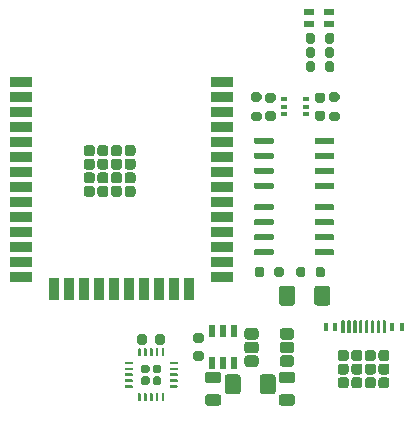
<source format=gbr>
%TF.GenerationSoftware,KiCad,Pcbnew,(5.1.9-0-10_14)*%
%TF.CreationDate,2021-08-26T08:08:46+01:00*%
%TF.ProjectId,Bell,42656c6c-2e6b-4696-9361-645f70636258,2*%
%TF.SameCoordinates,Original*%
%TF.FileFunction,Paste,Top*%
%TF.FilePolarity,Positive*%
%FSLAX46Y46*%
G04 Gerber Fmt 4.6, Leading zero omitted, Abs format (unit mm)*
G04 Created by KiCad (PCBNEW (5.1.9-0-10_14)) date 2021-08-26 08:08:46*
%MOMM*%
%LPD*%
G01*
G04 APERTURE LIST*
%ADD10R,0.576000X1.056000*%
%ADD11R,0.624000X0.384000*%
%ADD12R,0.816000X0.480000*%
%ADD13R,0.420000X0.798000*%
%ADD14R,1.920000X0.864000*%
%ADD15R,0.864000X1.920000*%
G04 APERTURE END LIST*
%TO.C,U5*%
G36*
G01*
X94900000Y-64280000D02*
X94900000Y-63780000D01*
G75*
G02*
X95150000Y-63530000I250000J0D01*
G01*
X95850000Y-63530000D01*
G75*
G02*
X96100000Y-63780000I0J-250000D01*
G01*
X96100000Y-64280000D01*
G75*
G02*
X95850000Y-64530000I-250000J0D01*
G01*
X95150000Y-64530000D01*
G75*
G02*
X94900000Y-64280000I0J250000D01*
G01*
G37*
G36*
G01*
X94900000Y-63130000D02*
X94900000Y-62630000D01*
G75*
G02*
X95150000Y-62380000I250000J0D01*
G01*
X95850000Y-62380000D01*
G75*
G02*
X96100000Y-62630000I0J-250000D01*
G01*
X96100000Y-63130000D01*
G75*
G02*
X95850000Y-63380000I-250000J0D01*
G01*
X95150000Y-63380000D01*
G75*
G02*
X94900000Y-63130000I0J250000D01*
G01*
G37*
G36*
G01*
X94900000Y-61980000D02*
X94900000Y-61480000D01*
G75*
G02*
X95150000Y-61230000I250000J0D01*
G01*
X95850000Y-61230000D01*
G75*
G02*
X96100000Y-61480000I0J-250000D01*
G01*
X96100000Y-61980000D01*
G75*
G02*
X95850000Y-62230000I-250000J0D01*
G01*
X95150000Y-62230000D01*
G75*
G02*
X94900000Y-61980000I0J250000D01*
G01*
G37*
G36*
G01*
X91900000Y-63130000D02*
X91900000Y-62630000D01*
G75*
G02*
X92150000Y-62380000I250000J0D01*
G01*
X92850000Y-62380000D01*
G75*
G02*
X93100000Y-62630000I0J-250000D01*
G01*
X93100000Y-63130000D01*
G75*
G02*
X92850000Y-63380000I-250000J0D01*
G01*
X92150000Y-63380000D01*
G75*
G02*
X91900000Y-63130000I0J250000D01*
G01*
G37*
G36*
G01*
X91900000Y-64280000D02*
X91900000Y-63780000D01*
G75*
G02*
X92150000Y-63530000I250000J0D01*
G01*
X92850000Y-63530000D01*
G75*
G02*
X93100000Y-63780000I0J-250000D01*
G01*
X93100000Y-64280000D01*
G75*
G02*
X92850000Y-64530000I-250000J0D01*
G01*
X92150000Y-64530000D01*
G75*
G02*
X91900000Y-64280000I0J250000D01*
G01*
G37*
G36*
G01*
X91900000Y-61980000D02*
X91900000Y-61480000D01*
G75*
G02*
X92150000Y-61230000I250000J0D01*
G01*
X92850000Y-61230000D01*
G75*
G02*
X93100000Y-61480000I0J-250000D01*
G01*
X93100000Y-61980000D01*
G75*
G02*
X92850000Y-62230000I-250000J0D01*
G01*
X92150000Y-62230000D01*
G75*
G02*
X91900000Y-61980000I0J250000D01*
G01*
G37*
D10*
X91050000Y-61480000D03*
X89150000Y-61480000D03*
X90100000Y-61480000D03*
X89150000Y-64180000D03*
X90100000Y-64180000D03*
X91050000Y-64180000D03*
G36*
G01*
X95044000Y-64950000D02*
X95956000Y-64950000D01*
G75*
G02*
X96196000Y-65190000I0J-240000D01*
G01*
X96196000Y-65670000D01*
G75*
G02*
X95956000Y-65910000I-240000J0D01*
G01*
X95044000Y-65910000D01*
G75*
G02*
X94804000Y-65670000I0J240000D01*
G01*
X94804000Y-65190000D01*
G75*
G02*
X95044000Y-64950000I240000J0D01*
G01*
G37*
G36*
G01*
X95044000Y-66850000D02*
X95956000Y-66850000D01*
G75*
G02*
X96196000Y-67090000I0J-240000D01*
G01*
X96196000Y-67570000D01*
G75*
G02*
X95956000Y-67810000I-240000J0D01*
G01*
X95044000Y-67810000D01*
G75*
G02*
X94804000Y-67570000I0J240000D01*
G01*
X94804000Y-67090000D01*
G75*
G02*
X95044000Y-66850000I240000J0D01*
G01*
G37*
G36*
G01*
X88794000Y-66850000D02*
X89706000Y-66850000D01*
G75*
G02*
X89946000Y-67090000I0J-240000D01*
G01*
X89946000Y-67570000D01*
G75*
G02*
X89706000Y-67810000I-240000J0D01*
G01*
X88794000Y-67810000D01*
G75*
G02*
X88554000Y-67570000I0J240000D01*
G01*
X88554000Y-67090000D01*
G75*
G02*
X88794000Y-66850000I240000J0D01*
G01*
G37*
G36*
G01*
X88794000Y-64950000D02*
X89706000Y-64950000D01*
G75*
G02*
X89946000Y-65190000I0J-240000D01*
G01*
X89946000Y-65670000D01*
G75*
G02*
X89706000Y-65910000I-240000J0D01*
G01*
X88794000Y-65910000D01*
G75*
G02*
X88554000Y-65670000I0J240000D01*
G01*
X88554000Y-65190000D01*
G75*
G02*
X88794000Y-64950000I240000J0D01*
G01*
G37*
G36*
G01*
X88240000Y-62487000D02*
X87760000Y-62487000D01*
G75*
G02*
X87544000Y-62271000I0J216000D01*
G01*
X87544000Y-61839000D01*
G75*
G02*
X87760000Y-61623000I216000J0D01*
G01*
X88240000Y-61623000D01*
G75*
G02*
X88456000Y-61839000I0J-216000D01*
G01*
X88456000Y-62271000D01*
G75*
G02*
X88240000Y-62487000I-216000J0D01*
G01*
G37*
G36*
G01*
X88240000Y-64037000D02*
X87760000Y-64037000D01*
G75*
G02*
X87544000Y-63821000I0J216000D01*
G01*
X87544000Y-63389000D01*
G75*
G02*
X87760000Y-63173000I216000J0D01*
G01*
X88240000Y-63173000D01*
G75*
G02*
X88456000Y-63389000I0J-216000D01*
G01*
X88456000Y-63821000D01*
G75*
G02*
X88240000Y-64037000I-216000J0D01*
G01*
G37*
G36*
G01*
X90213500Y-66600601D02*
X90213500Y-65399399D01*
G75*
G02*
X90452899Y-65160000I239399J0D01*
G01*
X91342101Y-65160000D01*
G75*
G02*
X91581500Y-65399399I0J-239399D01*
G01*
X91581500Y-66600601D01*
G75*
G02*
X91342101Y-66840000I-239399J0D01*
G01*
X90452899Y-66840000D01*
G75*
G02*
X90213500Y-66600601I0J239399D01*
G01*
G37*
G36*
G01*
X93178500Y-66600601D02*
X93178500Y-65399399D01*
G75*
G02*
X93417899Y-65160000I239399J0D01*
G01*
X94307101Y-65160000D01*
G75*
G02*
X94546500Y-65399399I0J-239399D01*
G01*
X94546500Y-66600601D01*
G75*
G02*
X94307101Y-66840000I-239399J0D01*
G01*
X93417899Y-66840000D01*
G75*
G02*
X93178500Y-66600601I0J239399D01*
G01*
G37*
%TD*%
D11*
%TO.C,D1*%
X95250000Y-43150000D03*
X95250000Y-41850000D03*
X97150000Y-42500000D03*
X95250000Y-42500000D03*
X97150000Y-41850000D03*
X97150000Y-43150000D03*
%TD*%
%TO.C,R5*%
G36*
G01*
X98741000Y-36964000D02*
X98741000Y-36436000D01*
G75*
G02*
X98933000Y-36244000I192000J0D01*
G01*
X99317000Y-36244000D01*
G75*
G02*
X99509000Y-36436000I0J-192000D01*
G01*
X99509000Y-36964000D01*
G75*
G02*
X99317000Y-37156000I-192000J0D01*
G01*
X98933000Y-37156000D01*
G75*
G02*
X98741000Y-36964000I0J192000D01*
G01*
G37*
G36*
G01*
X97091000Y-36964000D02*
X97091000Y-36436000D01*
G75*
G02*
X97283000Y-36244000I192000J0D01*
G01*
X97667000Y-36244000D01*
G75*
G02*
X97859000Y-36436000I0J-192000D01*
G01*
X97859000Y-36964000D01*
G75*
G02*
X97667000Y-37156000I-192000J0D01*
G01*
X97283000Y-37156000D01*
G75*
G02*
X97091000Y-36964000I0J192000D01*
G01*
G37*
%TD*%
%TO.C,R6*%
G36*
G01*
X98741000Y-38164000D02*
X98741000Y-37636000D01*
G75*
G02*
X98933000Y-37444000I192000J0D01*
G01*
X99317000Y-37444000D01*
G75*
G02*
X99509000Y-37636000I0J-192000D01*
G01*
X99509000Y-38164000D01*
G75*
G02*
X99317000Y-38356000I-192000J0D01*
G01*
X98933000Y-38356000D01*
G75*
G02*
X98741000Y-38164000I0J192000D01*
G01*
G37*
G36*
G01*
X97091000Y-38164000D02*
X97091000Y-37636000D01*
G75*
G02*
X97283000Y-37444000I192000J0D01*
G01*
X97667000Y-37444000D01*
G75*
G02*
X97859000Y-37636000I0J-192000D01*
G01*
X97859000Y-38164000D01*
G75*
G02*
X97667000Y-38356000I-192000J0D01*
G01*
X97283000Y-38356000D01*
G75*
G02*
X97091000Y-38164000I0J192000D01*
G01*
G37*
%TD*%
D12*
%TO.C,D2*%
X99075000Y-34500000D03*
X97325000Y-34500000D03*
X97325000Y-35500000D03*
X99075000Y-35500000D03*
%TD*%
%TO.C,U2*%
G36*
G01*
X84689000Y-65075000D02*
X84311000Y-65075000D01*
G75*
G02*
X84125000Y-64889000I0J186000D01*
G01*
X84125000Y-64511000D01*
G75*
G02*
X84311000Y-64325000I186000J0D01*
G01*
X84689000Y-64325000D01*
G75*
G02*
X84875000Y-64511000I0J-186000D01*
G01*
X84875000Y-64889000D01*
G75*
G02*
X84689000Y-65075000I-186000J0D01*
G01*
G37*
G36*
G01*
X83689000Y-65075000D02*
X83311000Y-65075000D01*
G75*
G02*
X83125000Y-64889000I0J186000D01*
G01*
X83125000Y-64511000D01*
G75*
G02*
X83311000Y-64325000I186000J0D01*
G01*
X83689000Y-64325000D01*
G75*
G02*
X83875000Y-64511000I0J-186000D01*
G01*
X83875000Y-64889000D01*
G75*
G02*
X83689000Y-65075000I-186000J0D01*
G01*
G37*
G36*
G01*
X84689000Y-66075000D02*
X84311000Y-66075000D01*
G75*
G02*
X84125000Y-65889000I0J186000D01*
G01*
X84125000Y-65511000D01*
G75*
G02*
X84311000Y-65325000I186000J0D01*
G01*
X84689000Y-65325000D01*
G75*
G02*
X84875000Y-65511000I0J-186000D01*
G01*
X84875000Y-65889000D01*
G75*
G02*
X84689000Y-66075000I-186000J0D01*
G01*
G37*
G36*
G01*
X83689000Y-66075000D02*
X83311000Y-66075000D01*
G75*
G02*
X83125000Y-65889000I0J186000D01*
G01*
X83125000Y-65511000D01*
G75*
G02*
X83311000Y-65325000I186000J0D01*
G01*
X83689000Y-65325000D01*
G75*
G02*
X83875000Y-65511000I0J-186000D01*
G01*
X83875000Y-65889000D01*
G75*
G02*
X83689000Y-66075000I-186000J0D01*
G01*
G37*
G36*
G01*
X82376000Y-66320000D02*
X81824000Y-66320000D01*
G75*
G02*
X81764000Y-66260000I0J60000D01*
G01*
X81764000Y-66140000D01*
G75*
G02*
X81824000Y-66080000I60000J0D01*
G01*
X82376000Y-66080000D01*
G75*
G02*
X82436000Y-66140000I0J-60000D01*
G01*
X82436000Y-66260000D01*
G75*
G02*
X82376000Y-66320000I-60000J0D01*
G01*
G37*
G36*
G01*
X82376000Y-65820000D02*
X81824000Y-65820000D01*
G75*
G02*
X81764000Y-65760000I0J60000D01*
G01*
X81764000Y-65640000D01*
G75*
G02*
X81824000Y-65580000I60000J0D01*
G01*
X82376000Y-65580000D01*
G75*
G02*
X82436000Y-65640000I0J-60000D01*
G01*
X82436000Y-65760000D01*
G75*
G02*
X82376000Y-65820000I-60000J0D01*
G01*
G37*
G36*
G01*
X82376000Y-65320000D02*
X81824000Y-65320000D01*
G75*
G02*
X81764000Y-65260000I0J60000D01*
G01*
X81764000Y-65140000D01*
G75*
G02*
X81824000Y-65080000I60000J0D01*
G01*
X82376000Y-65080000D01*
G75*
G02*
X82436000Y-65140000I0J-60000D01*
G01*
X82436000Y-65260000D01*
G75*
G02*
X82376000Y-65320000I-60000J0D01*
G01*
G37*
G36*
G01*
X82376000Y-64820000D02*
X81824000Y-64820000D01*
G75*
G02*
X81764000Y-64760000I0J60000D01*
G01*
X81764000Y-64640000D01*
G75*
G02*
X81824000Y-64580000I60000J0D01*
G01*
X82376000Y-64580000D01*
G75*
G02*
X82436000Y-64640000I0J-60000D01*
G01*
X82436000Y-64760000D01*
G75*
G02*
X82376000Y-64820000I-60000J0D01*
G01*
G37*
G36*
G01*
X82376000Y-64320000D02*
X81824000Y-64320000D01*
G75*
G02*
X81764000Y-64260000I0J60000D01*
G01*
X81764000Y-64140000D01*
G75*
G02*
X81824000Y-64080000I60000J0D01*
G01*
X82376000Y-64080000D01*
G75*
G02*
X82436000Y-64140000I0J-60000D01*
G01*
X82436000Y-64260000D01*
G75*
G02*
X82376000Y-64320000I-60000J0D01*
G01*
G37*
G36*
G01*
X83060000Y-63636000D02*
X82940000Y-63636000D01*
G75*
G02*
X82880000Y-63576000I0J60000D01*
G01*
X82880000Y-63024000D01*
G75*
G02*
X82940000Y-62964000I60000J0D01*
G01*
X83060000Y-62964000D01*
G75*
G02*
X83120000Y-63024000I0J-60000D01*
G01*
X83120000Y-63576000D01*
G75*
G02*
X83060000Y-63636000I-60000J0D01*
G01*
G37*
G36*
G01*
X83560000Y-63636000D02*
X83440000Y-63636000D01*
G75*
G02*
X83380000Y-63576000I0J60000D01*
G01*
X83380000Y-63024000D01*
G75*
G02*
X83440000Y-62964000I60000J0D01*
G01*
X83560000Y-62964000D01*
G75*
G02*
X83620000Y-63024000I0J-60000D01*
G01*
X83620000Y-63576000D01*
G75*
G02*
X83560000Y-63636000I-60000J0D01*
G01*
G37*
G36*
G01*
X84060000Y-63636000D02*
X83940000Y-63636000D01*
G75*
G02*
X83880000Y-63576000I0J60000D01*
G01*
X83880000Y-63024000D01*
G75*
G02*
X83940000Y-62964000I60000J0D01*
G01*
X84060000Y-62964000D01*
G75*
G02*
X84120000Y-63024000I0J-60000D01*
G01*
X84120000Y-63576000D01*
G75*
G02*
X84060000Y-63636000I-60000J0D01*
G01*
G37*
G36*
G01*
X84560000Y-63636000D02*
X84440000Y-63636000D01*
G75*
G02*
X84380000Y-63576000I0J60000D01*
G01*
X84380000Y-63024000D01*
G75*
G02*
X84440000Y-62964000I60000J0D01*
G01*
X84560000Y-62964000D01*
G75*
G02*
X84620000Y-63024000I0J-60000D01*
G01*
X84620000Y-63576000D01*
G75*
G02*
X84560000Y-63636000I-60000J0D01*
G01*
G37*
G36*
G01*
X85060000Y-63636000D02*
X84940000Y-63636000D01*
G75*
G02*
X84880000Y-63576000I0J60000D01*
G01*
X84880000Y-63024000D01*
G75*
G02*
X84940000Y-62964000I60000J0D01*
G01*
X85060000Y-62964000D01*
G75*
G02*
X85120000Y-63024000I0J-60000D01*
G01*
X85120000Y-63576000D01*
G75*
G02*
X85060000Y-63636000I-60000J0D01*
G01*
G37*
G36*
G01*
X86176000Y-64320000D02*
X85624000Y-64320000D01*
G75*
G02*
X85564000Y-64260000I0J60000D01*
G01*
X85564000Y-64140000D01*
G75*
G02*
X85624000Y-64080000I60000J0D01*
G01*
X86176000Y-64080000D01*
G75*
G02*
X86236000Y-64140000I0J-60000D01*
G01*
X86236000Y-64260000D01*
G75*
G02*
X86176000Y-64320000I-60000J0D01*
G01*
G37*
G36*
G01*
X86176000Y-64820000D02*
X85624000Y-64820000D01*
G75*
G02*
X85564000Y-64760000I0J60000D01*
G01*
X85564000Y-64640000D01*
G75*
G02*
X85624000Y-64580000I60000J0D01*
G01*
X86176000Y-64580000D01*
G75*
G02*
X86236000Y-64640000I0J-60000D01*
G01*
X86236000Y-64760000D01*
G75*
G02*
X86176000Y-64820000I-60000J0D01*
G01*
G37*
G36*
G01*
X86176000Y-65320000D02*
X85624000Y-65320000D01*
G75*
G02*
X85564000Y-65260000I0J60000D01*
G01*
X85564000Y-65140000D01*
G75*
G02*
X85624000Y-65080000I60000J0D01*
G01*
X86176000Y-65080000D01*
G75*
G02*
X86236000Y-65140000I0J-60000D01*
G01*
X86236000Y-65260000D01*
G75*
G02*
X86176000Y-65320000I-60000J0D01*
G01*
G37*
G36*
G01*
X86176000Y-65820000D02*
X85624000Y-65820000D01*
G75*
G02*
X85564000Y-65760000I0J60000D01*
G01*
X85564000Y-65640000D01*
G75*
G02*
X85624000Y-65580000I60000J0D01*
G01*
X86176000Y-65580000D01*
G75*
G02*
X86236000Y-65640000I0J-60000D01*
G01*
X86236000Y-65760000D01*
G75*
G02*
X86176000Y-65820000I-60000J0D01*
G01*
G37*
G36*
G01*
X86176000Y-66320000D02*
X85624000Y-66320000D01*
G75*
G02*
X85564000Y-66260000I0J60000D01*
G01*
X85564000Y-66140000D01*
G75*
G02*
X85624000Y-66080000I60000J0D01*
G01*
X86176000Y-66080000D01*
G75*
G02*
X86236000Y-66140000I0J-60000D01*
G01*
X86236000Y-66260000D01*
G75*
G02*
X86176000Y-66320000I-60000J0D01*
G01*
G37*
G36*
G01*
X85060000Y-67436000D02*
X84940000Y-67436000D01*
G75*
G02*
X84880000Y-67376000I0J60000D01*
G01*
X84880000Y-66824000D01*
G75*
G02*
X84940000Y-66764000I60000J0D01*
G01*
X85060000Y-66764000D01*
G75*
G02*
X85120000Y-66824000I0J-60000D01*
G01*
X85120000Y-67376000D01*
G75*
G02*
X85060000Y-67436000I-60000J0D01*
G01*
G37*
G36*
G01*
X84560000Y-67436000D02*
X84440000Y-67436000D01*
G75*
G02*
X84380000Y-67376000I0J60000D01*
G01*
X84380000Y-66824000D01*
G75*
G02*
X84440000Y-66764000I60000J0D01*
G01*
X84560000Y-66764000D01*
G75*
G02*
X84620000Y-66824000I0J-60000D01*
G01*
X84620000Y-67376000D01*
G75*
G02*
X84560000Y-67436000I-60000J0D01*
G01*
G37*
G36*
G01*
X84060000Y-67436000D02*
X83940000Y-67436000D01*
G75*
G02*
X83880000Y-67376000I0J60000D01*
G01*
X83880000Y-66824000D01*
G75*
G02*
X83940000Y-66764000I60000J0D01*
G01*
X84060000Y-66764000D01*
G75*
G02*
X84120000Y-66824000I0J-60000D01*
G01*
X84120000Y-67376000D01*
G75*
G02*
X84060000Y-67436000I-60000J0D01*
G01*
G37*
G36*
G01*
X83560000Y-67436000D02*
X83440000Y-67436000D01*
G75*
G02*
X83380000Y-67376000I0J60000D01*
G01*
X83380000Y-66824000D01*
G75*
G02*
X83440000Y-66764000I60000J0D01*
G01*
X83560000Y-66764000D01*
G75*
G02*
X83620000Y-66824000I0J-60000D01*
G01*
X83620000Y-67376000D01*
G75*
G02*
X83560000Y-67436000I-60000J0D01*
G01*
G37*
G36*
G01*
X83060000Y-67436000D02*
X82940000Y-67436000D01*
G75*
G02*
X82880000Y-67376000I0J60000D01*
G01*
X82880000Y-66824000D01*
G75*
G02*
X82940000Y-66764000I60000J0D01*
G01*
X83060000Y-66764000D01*
G75*
G02*
X83120000Y-66824000I0J-60000D01*
G01*
X83120000Y-67376000D01*
G75*
G02*
X83060000Y-67436000I-60000J0D01*
G01*
G37*
%TD*%
%TO.C,U3*%
G36*
G01*
X97835000Y-51139000D02*
X97835000Y-50851000D01*
G75*
G02*
X97979000Y-50707000I144000J0D01*
G01*
X99371000Y-50707000D01*
G75*
G02*
X99515000Y-50851000I0J-144000D01*
G01*
X99515000Y-51139000D01*
G75*
G02*
X99371000Y-51283000I-144000J0D01*
G01*
X97979000Y-51283000D01*
G75*
G02*
X97835000Y-51139000I0J144000D01*
G01*
G37*
G36*
G01*
X97835000Y-52409000D02*
X97835000Y-52121000D01*
G75*
G02*
X97979000Y-51977000I144000J0D01*
G01*
X99371000Y-51977000D01*
G75*
G02*
X99515000Y-52121000I0J-144000D01*
G01*
X99515000Y-52409000D01*
G75*
G02*
X99371000Y-52553000I-144000J0D01*
G01*
X97979000Y-52553000D01*
G75*
G02*
X97835000Y-52409000I0J144000D01*
G01*
G37*
G36*
G01*
X97835000Y-53679000D02*
X97835000Y-53391000D01*
G75*
G02*
X97979000Y-53247000I144000J0D01*
G01*
X99371000Y-53247000D01*
G75*
G02*
X99515000Y-53391000I0J-144000D01*
G01*
X99515000Y-53679000D01*
G75*
G02*
X99371000Y-53823000I-144000J0D01*
G01*
X97979000Y-53823000D01*
G75*
G02*
X97835000Y-53679000I0J144000D01*
G01*
G37*
G36*
G01*
X97835000Y-54949000D02*
X97835000Y-54661000D01*
G75*
G02*
X97979000Y-54517000I144000J0D01*
G01*
X99371000Y-54517000D01*
G75*
G02*
X99515000Y-54661000I0J-144000D01*
G01*
X99515000Y-54949000D01*
G75*
G02*
X99371000Y-55093000I-144000J0D01*
G01*
X97979000Y-55093000D01*
G75*
G02*
X97835000Y-54949000I0J144000D01*
G01*
G37*
G36*
G01*
X92685000Y-54949000D02*
X92685000Y-54661000D01*
G75*
G02*
X92829000Y-54517000I144000J0D01*
G01*
X94221000Y-54517000D01*
G75*
G02*
X94365000Y-54661000I0J-144000D01*
G01*
X94365000Y-54949000D01*
G75*
G02*
X94221000Y-55093000I-144000J0D01*
G01*
X92829000Y-55093000D01*
G75*
G02*
X92685000Y-54949000I0J144000D01*
G01*
G37*
G36*
G01*
X92685000Y-53679000D02*
X92685000Y-53391000D01*
G75*
G02*
X92829000Y-53247000I144000J0D01*
G01*
X94221000Y-53247000D01*
G75*
G02*
X94365000Y-53391000I0J-144000D01*
G01*
X94365000Y-53679000D01*
G75*
G02*
X94221000Y-53823000I-144000J0D01*
G01*
X92829000Y-53823000D01*
G75*
G02*
X92685000Y-53679000I0J144000D01*
G01*
G37*
G36*
G01*
X92685000Y-52409000D02*
X92685000Y-52121000D01*
G75*
G02*
X92829000Y-51977000I144000J0D01*
G01*
X94221000Y-51977000D01*
G75*
G02*
X94365000Y-52121000I0J-144000D01*
G01*
X94365000Y-52409000D01*
G75*
G02*
X94221000Y-52553000I-144000J0D01*
G01*
X92829000Y-52553000D01*
G75*
G02*
X92685000Y-52409000I0J144000D01*
G01*
G37*
G36*
G01*
X92685000Y-51139000D02*
X92685000Y-50851000D01*
G75*
G02*
X92829000Y-50707000I144000J0D01*
G01*
X94221000Y-50707000D01*
G75*
G02*
X94365000Y-50851000I0J-144000D01*
G01*
X94365000Y-51139000D01*
G75*
G02*
X94221000Y-51283000I-144000J0D01*
G01*
X92829000Y-51283000D01*
G75*
G02*
X92685000Y-51139000I0J144000D01*
G01*
G37*
%TD*%
%TO.C,U4*%
G36*
G01*
X97835000Y-45539000D02*
X97835000Y-45251000D01*
G75*
G02*
X97979000Y-45107000I144000J0D01*
G01*
X99371000Y-45107000D01*
G75*
G02*
X99515000Y-45251000I0J-144000D01*
G01*
X99515000Y-45539000D01*
G75*
G02*
X99371000Y-45683000I-144000J0D01*
G01*
X97979000Y-45683000D01*
G75*
G02*
X97835000Y-45539000I0J144000D01*
G01*
G37*
G36*
G01*
X97835000Y-46809000D02*
X97835000Y-46521000D01*
G75*
G02*
X97979000Y-46377000I144000J0D01*
G01*
X99371000Y-46377000D01*
G75*
G02*
X99515000Y-46521000I0J-144000D01*
G01*
X99515000Y-46809000D01*
G75*
G02*
X99371000Y-46953000I-144000J0D01*
G01*
X97979000Y-46953000D01*
G75*
G02*
X97835000Y-46809000I0J144000D01*
G01*
G37*
G36*
G01*
X97835000Y-48079000D02*
X97835000Y-47791000D01*
G75*
G02*
X97979000Y-47647000I144000J0D01*
G01*
X99371000Y-47647000D01*
G75*
G02*
X99515000Y-47791000I0J-144000D01*
G01*
X99515000Y-48079000D01*
G75*
G02*
X99371000Y-48223000I-144000J0D01*
G01*
X97979000Y-48223000D01*
G75*
G02*
X97835000Y-48079000I0J144000D01*
G01*
G37*
G36*
G01*
X97835000Y-49349000D02*
X97835000Y-49061000D01*
G75*
G02*
X97979000Y-48917000I144000J0D01*
G01*
X99371000Y-48917000D01*
G75*
G02*
X99515000Y-49061000I0J-144000D01*
G01*
X99515000Y-49349000D01*
G75*
G02*
X99371000Y-49493000I-144000J0D01*
G01*
X97979000Y-49493000D01*
G75*
G02*
X97835000Y-49349000I0J144000D01*
G01*
G37*
G36*
G01*
X92685000Y-49349000D02*
X92685000Y-49061000D01*
G75*
G02*
X92829000Y-48917000I144000J0D01*
G01*
X94221000Y-48917000D01*
G75*
G02*
X94365000Y-49061000I0J-144000D01*
G01*
X94365000Y-49349000D01*
G75*
G02*
X94221000Y-49493000I-144000J0D01*
G01*
X92829000Y-49493000D01*
G75*
G02*
X92685000Y-49349000I0J144000D01*
G01*
G37*
G36*
G01*
X92685000Y-48079000D02*
X92685000Y-47791000D01*
G75*
G02*
X92829000Y-47647000I144000J0D01*
G01*
X94221000Y-47647000D01*
G75*
G02*
X94365000Y-47791000I0J-144000D01*
G01*
X94365000Y-48079000D01*
G75*
G02*
X94221000Y-48223000I-144000J0D01*
G01*
X92829000Y-48223000D01*
G75*
G02*
X92685000Y-48079000I0J144000D01*
G01*
G37*
G36*
G01*
X92685000Y-46809000D02*
X92685000Y-46521000D01*
G75*
G02*
X92829000Y-46377000I144000J0D01*
G01*
X94221000Y-46377000D01*
G75*
G02*
X94365000Y-46521000I0J-144000D01*
G01*
X94365000Y-46809000D01*
G75*
G02*
X94221000Y-46953000I-144000J0D01*
G01*
X92829000Y-46953000D01*
G75*
G02*
X92685000Y-46809000I0J144000D01*
G01*
G37*
G36*
G01*
X92685000Y-45539000D02*
X92685000Y-45251000D01*
G75*
G02*
X92829000Y-45107000I144000J0D01*
G01*
X94221000Y-45107000D01*
G75*
G02*
X94365000Y-45251000I0J-144000D01*
G01*
X94365000Y-45539000D01*
G75*
G02*
X94221000Y-45683000I-144000J0D01*
G01*
X92829000Y-45683000D01*
G75*
G02*
X92685000Y-45539000I0J144000D01*
G01*
G37*
%TD*%
%TO.C,J1*%
G36*
G01*
X100950000Y-64947500D02*
X100950000Y-64482500D01*
G75*
G02*
X101182500Y-64250000I232500J0D01*
G01*
X101647500Y-64250000D01*
G75*
G02*
X101880000Y-64482500I0J-232500D01*
G01*
X101880000Y-64947500D01*
G75*
G02*
X101647500Y-65180000I-232500J0D01*
G01*
X101182500Y-65180000D01*
G75*
G02*
X100950000Y-64947500I0J232500D01*
G01*
G37*
G36*
G01*
X100950000Y-66097500D02*
X100950000Y-65632500D01*
G75*
G02*
X101182500Y-65400000I232500J0D01*
G01*
X101647500Y-65400000D01*
G75*
G02*
X101880000Y-65632500I0J-232500D01*
G01*
X101880000Y-66097500D01*
G75*
G02*
X101647500Y-66330000I-232500J0D01*
G01*
X101182500Y-66330000D01*
G75*
G02*
X100950000Y-66097500I0J232500D01*
G01*
G37*
G36*
G01*
X102100000Y-63797500D02*
X102100000Y-63332500D01*
G75*
G02*
X102332500Y-63100000I232500J0D01*
G01*
X102797500Y-63100000D01*
G75*
G02*
X103030000Y-63332500I0J-232500D01*
G01*
X103030000Y-63797500D01*
G75*
G02*
X102797500Y-64030000I-232500J0D01*
G01*
X102332500Y-64030000D01*
G75*
G02*
X102100000Y-63797500I0J232500D01*
G01*
G37*
G36*
G01*
X102100000Y-64947500D02*
X102100000Y-64482500D01*
G75*
G02*
X102332500Y-64250000I232500J0D01*
G01*
X102797500Y-64250000D01*
G75*
G02*
X103030000Y-64482500I0J-232500D01*
G01*
X103030000Y-64947500D01*
G75*
G02*
X102797500Y-65180000I-232500J0D01*
G01*
X102332500Y-65180000D01*
G75*
G02*
X102100000Y-64947500I0J232500D01*
G01*
G37*
G36*
G01*
X102100000Y-66097500D02*
X102100000Y-65632500D01*
G75*
G02*
X102332500Y-65400000I232500J0D01*
G01*
X102797500Y-65400000D01*
G75*
G02*
X103030000Y-65632500I0J-232500D01*
G01*
X103030000Y-66097500D01*
G75*
G02*
X102797500Y-66330000I-232500J0D01*
G01*
X102332500Y-66330000D01*
G75*
G02*
X102100000Y-66097500I0J232500D01*
G01*
G37*
G36*
G01*
X103250000Y-63797500D02*
X103250000Y-63332500D01*
G75*
G02*
X103482500Y-63100000I232500J0D01*
G01*
X103947500Y-63100000D01*
G75*
G02*
X104180000Y-63332500I0J-232500D01*
G01*
X104180000Y-63797500D01*
G75*
G02*
X103947500Y-64030000I-232500J0D01*
G01*
X103482500Y-64030000D01*
G75*
G02*
X103250000Y-63797500I0J232500D01*
G01*
G37*
G36*
G01*
X103250000Y-64947500D02*
X103250000Y-64482500D01*
G75*
G02*
X103482500Y-64250000I232500J0D01*
G01*
X103947500Y-64250000D01*
G75*
G02*
X104180000Y-64482500I0J-232500D01*
G01*
X104180000Y-64947500D01*
G75*
G02*
X103947500Y-65180000I-232500J0D01*
G01*
X103482500Y-65180000D01*
G75*
G02*
X103250000Y-64947500I0J232500D01*
G01*
G37*
G36*
G01*
X103250000Y-66097500D02*
X103250000Y-65632500D01*
G75*
G02*
X103482500Y-65400000I232500J0D01*
G01*
X103947500Y-65400000D01*
G75*
G02*
X104180000Y-65632500I0J-232500D01*
G01*
X104180000Y-66097500D01*
G75*
G02*
X103947500Y-66330000I-232500J0D01*
G01*
X103482500Y-66330000D01*
G75*
G02*
X103250000Y-66097500I0J232500D01*
G01*
G37*
G36*
G01*
X99800000Y-63797500D02*
X99800000Y-63332500D01*
G75*
G02*
X100032500Y-63100000I232500J0D01*
G01*
X100497500Y-63100000D01*
G75*
G02*
X100730000Y-63332500I0J-232500D01*
G01*
X100730000Y-63797500D01*
G75*
G02*
X100497500Y-64030000I-232500J0D01*
G01*
X100032500Y-64030000D01*
G75*
G02*
X99800000Y-63797500I0J232500D01*
G01*
G37*
G36*
G01*
X99800000Y-64947500D02*
X99800000Y-64482500D01*
G75*
G02*
X100032500Y-64250000I232500J0D01*
G01*
X100497500Y-64250000D01*
G75*
G02*
X100730000Y-64482500I0J-232500D01*
G01*
X100730000Y-64947500D01*
G75*
G02*
X100497500Y-65180000I-232500J0D01*
G01*
X100032500Y-65180000D01*
G75*
G02*
X99800000Y-64947500I0J232500D01*
G01*
G37*
G36*
G01*
X99800000Y-66097500D02*
X99800000Y-65632500D01*
G75*
G02*
X100032500Y-65400000I232500J0D01*
G01*
X100497500Y-65400000D01*
G75*
G02*
X100730000Y-65632500I0J-232500D01*
G01*
X100730000Y-66097500D01*
G75*
G02*
X100497500Y-66330000I-232500J0D01*
G01*
X100032500Y-66330000D01*
G75*
G02*
X99800000Y-66097500I0J232500D01*
G01*
G37*
G36*
G01*
X100950000Y-63797500D02*
X100950000Y-63332500D01*
G75*
G02*
X101182500Y-63100000I232500J0D01*
G01*
X101647500Y-63100000D01*
G75*
G02*
X101880000Y-63332500I0J-232500D01*
G01*
X101880000Y-63797500D01*
G75*
G02*
X101647500Y-64030000I-232500J0D01*
G01*
X101182500Y-64030000D01*
G75*
G02*
X100950000Y-63797500I0J232500D01*
G01*
G37*
D13*
X99600000Y-61140000D03*
X104400000Y-61140000D03*
G36*
G01*
X102106000Y-61615200D02*
X102106000Y-60664800D01*
G75*
G02*
X102178000Y-60592800I72000J0D01*
G01*
X102322000Y-60592800D01*
G75*
G02*
X102394000Y-60664800I0J-72000D01*
G01*
X102394000Y-61615200D01*
G75*
G02*
X102322000Y-61687200I-72000J0D01*
G01*
X102178000Y-61687200D01*
G75*
G02*
X102106000Y-61615200I0J72000D01*
G01*
G37*
G36*
G01*
X101606000Y-61615200D02*
X101606000Y-60664800D01*
G75*
G02*
X101678000Y-60592800I72000J0D01*
G01*
X101822000Y-60592800D01*
G75*
G02*
X101894000Y-60664800I0J-72000D01*
G01*
X101894000Y-61615200D01*
G75*
G02*
X101822000Y-61687200I-72000J0D01*
G01*
X101678000Y-61687200D01*
G75*
G02*
X101606000Y-61615200I0J72000D01*
G01*
G37*
G36*
G01*
X102606000Y-61615200D02*
X102606000Y-60664800D01*
G75*
G02*
X102678000Y-60592800I72000J0D01*
G01*
X102822000Y-60592800D01*
G75*
G02*
X102894000Y-60664800I0J-72000D01*
G01*
X102894000Y-61615200D01*
G75*
G02*
X102822000Y-61687200I-72000J0D01*
G01*
X102678000Y-61687200D01*
G75*
G02*
X102606000Y-61615200I0J72000D01*
G01*
G37*
G36*
G01*
X101106000Y-61615200D02*
X101106000Y-60664800D01*
G75*
G02*
X101178000Y-60592800I72000J0D01*
G01*
X101322000Y-60592800D01*
G75*
G02*
X101394000Y-60664800I0J-72000D01*
G01*
X101394000Y-61615200D01*
G75*
G02*
X101322000Y-61687200I-72000J0D01*
G01*
X101178000Y-61687200D01*
G75*
G02*
X101106000Y-61615200I0J72000D01*
G01*
G37*
G36*
G01*
X103106000Y-61615200D02*
X103106000Y-60664800D01*
G75*
G02*
X103178000Y-60592800I72000J0D01*
G01*
X103322000Y-60592800D01*
G75*
G02*
X103394000Y-60664800I0J-72000D01*
G01*
X103394000Y-61615200D01*
G75*
G02*
X103322000Y-61687200I-72000J0D01*
G01*
X103178000Y-61687200D01*
G75*
G02*
X103106000Y-61615200I0J72000D01*
G01*
G37*
G36*
G01*
X100606000Y-61615200D02*
X100606000Y-60664800D01*
G75*
G02*
X100678000Y-60592800I72000J0D01*
G01*
X100822000Y-60592800D01*
G75*
G02*
X100894000Y-60664800I0J-72000D01*
G01*
X100894000Y-61615200D01*
G75*
G02*
X100822000Y-61687200I-72000J0D01*
G01*
X100678000Y-61687200D01*
G75*
G02*
X100606000Y-61615200I0J72000D01*
G01*
G37*
G36*
G01*
X103606000Y-61615200D02*
X103606000Y-60664800D01*
G75*
G02*
X103678000Y-60592800I72000J0D01*
G01*
X103822000Y-60592800D01*
G75*
G02*
X103894000Y-60664800I0J-72000D01*
G01*
X103894000Y-61615200D01*
G75*
G02*
X103822000Y-61687200I-72000J0D01*
G01*
X103678000Y-61687200D01*
G75*
G02*
X103606000Y-61615200I0J72000D01*
G01*
G37*
G36*
G01*
X100106000Y-61615200D02*
X100106000Y-60664800D01*
G75*
G02*
X100178000Y-60592800I72000J0D01*
G01*
X100322000Y-60592800D01*
G75*
G02*
X100394000Y-60664800I0J-72000D01*
G01*
X100394000Y-61615200D01*
G75*
G02*
X100322000Y-61687200I-72000J0D01*
G01*
X100178000Y-61687200D01*
G75*
G02*
X100106000Y-61615200I0J72000D01*
G01*
G37*
X105200000Y-61140000D03*
X98800000Y-61140000D03*
%TD*%
%TO.C,R4*%
G36*
G01*
X99764000Y-42059000D02*
X99236000Y-42059000D01*
G75*
G02*
X99044000Y-41867000I0J192000D01*
G01*
X99044000Y-41483000D01*
G75*
G02*
X99236000Y-41291000I192000J0D01*
G01*
X99764000Y-41291000D01*
G75*
G02*
X99956000Y-41483000I0J-192000D01*
G01*
X99956000Y-41867000D01*
G75*
G02*
X99764000Y-42059000I-192000J0D01*
G01*
G37*
G36*
G01*
X99764000Y-43709000D02*
X99236000Y-43709000D01*
G75*
G02*
X99044000Y-43517000I0J192000D01*
G01*
X99044000Y-43133000D01*
G75*
G02*
X99236000Y-42941000I192000J0D01*
G01*
X99764000Y-42941000D01*
G75*
G02*
X99956000Y-43133000I0J-192000D01*
G01*
X99956000Y-43517000D01*
G75*
G02*
X99764000Y-43709000I-192000J0D01*
G01*
G37*
%TD*%
%TO.C,C3*%
G36*
G01*
X98060000Y-42843000D02*
X98540000Y-42843000D01*
G75*
G02*
X98756000Y-43059000I0J-216000D01*
G01*
X98756000Y-43491000D01*
G75*
G02*
X98540000Y-43707000I-216000J0D01*
G01*
X98060000Y-43707000D01*
G75*
G02*
X97844000Y-43491000I0J216000D01*
G01*
X97844000Y-43059000D01*
G75*
G02*
X98060000Y-42843000I216000J0D01*
G01*
G37*
G36*
G01*
X98060000Y-41293000D02*
X98540000Y-41293000D01*
G75*
G02*
X98756000Y-41509000I0J-216000D01*
G01*
X98756000Y-41941000D01*
G75*
G02*
X98540000Y-42157000I-216000J0D01*
G01*
X98060000Y-42157000D01*
G75*
G02*
X97844000Y-41941000I0J216000D01*
G01*
X97844000Y-41509000D01*
G75*
G02*
X98060000Y-41293000I216000J0D01*
G01*
G37*
%TD*%
%TO.C,U1*%
G36*
G01*
X79450000Y-46447500D02*
X79450000Y-45982500D01*
G75*
G02*
X79682500Y-45750000I232500J0D01*
G01*
X80147500Y-45750000D01*
G75*
G02*
X80380000Y-45982500I0J-232500D01*
G01*
X80380000Y-46447500D01*
G75*
G02*
X80147500Y-46680000I-232500J0D01*
G01*
X79682500Y-46680000D01*
G75*
G02*
X79450000Y-46447500I0J232500D01*
G01*
G37*
G36*
G01*
X78300000Y-49897500D02*
X78300000Y-49432500D01*
G75*
G02*
X78532500Y-49200000I232500J0D01*
G01*
X78997500Y-49200000D01*
G75*
G02*
X79230000Y-49432500I0J-232500D01*
G01*
X79230000Y-49897500D01*
G75*
G02*
X78997500Y-50130000I-232500J0D01*
G01*
X78532500Y-50130000D01*
G75*
G02*
X78300000Y-49897500I0J232500D01*
G01*
G37*
G36*
G01*
X78300000Y-48747500D02*
X78300000Y-48282500D01*
G75*
G02*
X78532500Y-48050000I232500J0D01*
G01*
X78997500Y-48050000D01*
G75*
G02*
X79230000Y-48282500I0J-232500D01*
G01*
X79230000Y-48747500D01*
G75*
G02*
X78997500Y-48980000I-232500J0D01*
G01*
X78532500Y-48980000D01*
G75*
G02*
X78300000Y-48747500I0J232500D01*
G01*
G37*
G36*
G01*
X78300000Y-47597500D02*
X78300000Y-47132500D01*
G75*
G02*
X78532500Y-46900000I232500J0D01*
G01*
X78997500Y-46900000D01*
G75*
G02*
X79230000Y-47132500I0J-232500D01*
G01*
X79230000Y-47597500D01*
G75*
G02*
X78997500Y-47830000I-232500J0D01*
G01*
X78532500Y-47830000D01*
G75*
G02*
X78300000Y-47597500I0J232500D01*
G01*
G37*
G36*
G01*
X78300000Y-46447500D02*
X78300000Y-45982500D01*
G75*
G02*
X78532500Y-45750000I232500J0D01*
G01*
X78997500Y-45750000D01*
G75*
G02*
X79230000Y-45982500I0J-232500D01*
G01*
X79230000Y-46447500D01*
G75*
G02*
X78997500Y-46680000I-232500J0D01*
G01*
X78532500Y-46680000D01*
G75*
G02*
X78300000Y-46447500I0J232500D01*
G01*
G37*
G36*
G01*
X81750000Y-49897500D02*
X81750000Y-49432500D01*
G75*
G02*
X81982500Y-49200000I232500J0D01*
G01*
X82447500Y-49200000D01*
G75*
G02*
X82680000Y-49432500I0J-232500D01*
G01*
X82680000Y-49897500D01*
G75*
G02*
X82447500Y-50130000I-232500J0D01*
G01*
X81982500Y-50130000D01*
G75*
G02*
X81750000Y-49897500I0J232500D01*
G01*
G37*
G36*
G01*
X81750000Y-48747500D02*
X81750000Y-48282500D01*
G75*
G02*
X81982500Y-48050000I232500J0D01*
G01*
X82447500Y-48050000D01*
G75*
G02*
X82680000Y-48282500I0J-232500D01*
G01*
X82680000Y-48747500D01*
G75*
G02*
X82447500Y-48980000I-232500J0D01*
G01*
X81982500Y-48980000D01*
G75*
G02*
X81750000Y-48747500I0J232500D01*
G01*
G37*
G36*
G01*
X81750000Y-47597500D02*
X81750000Y-47132500D01*
G75*
G02*
X81982500Y-46900000I232500J0D01*
G01*
X82447500Y-46900000D01*
G75*
G02*
X82680000Y-47132500I0J-232500D01*
G01*
X82680000Y-47597500D01*
G75*
G02*
X82447500Y-47830000I-232500J0D01*
G01*
X81982500Y-47830000D01*
G75*
G02*
X81750000Y-47597500I0J232500D01*
G01*
G37*
G36*
G01*
X81750000Y-46447500D02*
X81750000Y-45982500D01*
G75*
G02*
X81982500Y-45750000I232500J0D01*
G01*
X82447500Y-45750000D01*
G75*
G02*
X82680000Y-45982500I0J-232500D01*
G01*
X82680000Y-46447500D01*
G75*
G02*
X82447500Y-46680000I-232500J0D01*
G01*
X81982500Y-46680000D01*
G75*
G02*
X81750000Y-46447500I0J232500D01*
G01*
G37*
G36*
G01*
X80600000Y-49897500D02*
X80600000Y-49432500D01*
G75*
G02*
X80832500Y-49200000I232500J0D01*
G01*
X81297500Y-49200000D01*
G75*
G02*
X81530000Y-49432500I0J-232500D01*
G01*
X81530000Y-49897500D01*
G75*
G02*
X81297500Y-50130000I-232500J0D01*
G01*
X80832500Y-50130000D01*
G75*
G02*
X80600000Y-49897500I0J232500D01*
G01*
G37*
G36*
G01*
X80600000Y-48747500D02*
X80600000Y-48282500D01*
G75*
G02*
X80832500Y-48050000I232500J0D01*
G01*
X81297500Y-48050000D01*
G75*
G02*
X81530000Y-48282500I0J-232500D01*
G01*
X81530000Y-48747500D01*
G75*
G02*
X81297500Y-48980000I-232500J0D01*
G01*
X80832500Y-48980000D01*
G75*
G02*
X80600000Y-48747500I0J232500D01*
G01*
G37*
G36*
G01*
X80600000Y-47597500D02*
X80600000Y-47132500D01*
G75*
G02*
X80832500Y-46900000I232500J0D01*
G01*
X81297500Y-46900000D01*
G75*
G02*
X81530000Y-47132500I0J-232500D01*
G01*
X81530000Y-47597500D01*
G75*
G02*
X81297500Y-47830000I-232500J0D01*
G01*
X80832500Y-47830000D01*
G75*
G02*
X80600000Y-47597500I0J232500D01*
G01*
G37*
G36*
G01*
X80600000Y-46447500D02*
X80600000Y-45982500D01*
G75*
G02*
X80832500Y-45750000I232500J0D01*
G01*
X81297500Y-45750000D01*
G75*
G02*
X81530000Y-45982500I0J-232500D01*
G01*
X81530000Y-46447500D01*
G75*
G02*
X81297500Y-46680000I-232500J0D01*
G01*
X80832500Y-46680000D01*
G75*
G02*
X80600000Y-46447500I0J232500D01*
G01*
G37*
G36*
G01*
X79450000Y-49897500D02*
X79450000Y-49432500D01*
G75*
G02*
X79682500Y-49200000I232500J0D01*
G01*
X80147500Y-49200000D01*
G75*
G02*
X80380000Y-49432500I0J-232500D01*
G01*
X80380000Y-49897500D01*
G75*
G02*
X80147500Y-50130000I-232500J0D01*
G01*
X79682500Y-50130000D01*
G75*
G02*
X79450000Y-49897500I0J232500D01*
G01*
G37*
G36*
G01*
X79450000Y-48747500D02*
X79450000Y-48282500D01*
G75*
G02*
X79682500Y-48050000I232500J0D01*
G01*
X80147500Y-48050000D01*
G75*
G02*
X80380000Y-48282500I0J-232500D01*
G01*
X80380000Y-48747500D01*
G75*
G02*
X80147500Y-48980000I-232500J0D01*
G01*
X79682500Y-48980000D01*
G75*
G02*
X79450000Y-48747500I0J232500D01*
G01*
G37*
G36*
G01*
X79450000Y-47597500D02*
X79450000Y-47132500D01*
G75*
G02*
X79682500Y-46900000I232500J0D01*
G01*
X80147500Y-46900000D01*
G75*
G02*
X80380000Y-47132500I0J-232500D01*
G01*
X80380000Y-47597500D01*
G75*
G02*
X80147500Y-47830000I-232500J0D01*
G01*
X79682500Y-47830000D01*
G75*
G02*
X79450000Y-47597500I0J232500D01*
G01*
G37*
D14*
X90000000Y-40445000D03*
X90000000Y-41715000D03*
X90000000Y-42985000D03*
X90000000Y-44255000D03*
X90000000Y-45525000D03*
X90000000Y-46795000D03*
X90000000Y-48065000D03*
X90000000Y-49335000D03*
X90000000Y-50605000D03*
X90000000Y-51875000D03*
X90000000Y-53145000D03*
X90000000Y-54415000D03*
X90000000Y-55685000D03*
X90000000Y-56955000D03*
D15*
X87215000Y-57955000D03*
X85945000Y-57955000D03*
X84675000Y-57955000D03*
X83405000Y-57955000D03*
X82135000Y-57955000D03*
X80865000Y-57955000D03*
X79595000Y-57955000D03*
X78325000Y-57955000D03*
X77055000Y-57955000D03*
X75785000Y-57955000D03*
D14*
X73000000Y-56955000D03*
X73000000Y-55685000D03*
X73000000Y-54415000D03*
X73000000Y-53145000D03*
X73000000Y-51875000D03*
X73000000Y-50605000D03*
X73000000Y-49335000D03*
X73000000Y-48065000D03*
X73000000Y-46795000D03*
X73000000Y-45525000D03*
X73000000Y-44255000D03*
X73000000Y-42985000D03*
X73000000Y-41715000D03*
X73000000Y-40445000D03*
%TD*%
%TO.C,R7*%
G36*
G01*
X97859000Y-38836000D02*
X97859000Y-39364000D01*
G75*
G02*
X97667000Y-39556000I-192000J0D01*
G01*
X97283000Y-39556000D01*
G75*
G02*
X97091000Y-39364000I0J192000D01*
G01*
X97091000Y-38836000D01*
G75*
G02*
X97283000Y-38644000I192000J0D01*
G01*
X97667000Y-38644000D01*
G75*
G02*
X97859000Y-38836000I0J-192000D01*
G01*
G37*
G36*
G01*
X99509000Y-38836000D02*
X99509000Y-39364000D01*
G75*
G02*
X99317000Y-39556000I-192000J0D01*
G01*
X98933000Y-39556000D01*
G75*
G02*
X98741000Y-39364000I0J192000D01*
G01*
X98741000Y-38836000D01*
G75*
G02*
X98933000Y-38644000I192000J0D01*
G01*
X99317000Y-38644000D01*
G75*
G02*
X99509000Y-38836000I0J-192000D01*
G01*
G37*
%TD*%
%TO.C,R3*%
G36*
G01*
X93559000Y-56236000D02*
X93559000Y-56764000D01*
G75*
G02*
X93367000Y-56956000I-192000J0D01*
G01*
X92983000Y-56956000D01*
G75*
G02*
X92791000Y-56764000I0J192000D01*
G01*
X92791000Y-56236000D01*
G75*
G02*
X92983000Y-56044000I192000J0D01*
G01*
X93367000Y-56044000D01*
G75*
G02*
X93559000Y-56236000I0J-192000D01*
G01*
G37*
G36*
G01*
X95209000Y-56236000D02*
X95209000Y-56764000D01*
G75*
G02*
X95017000Y-56956000I-192000J0D01*
G01*
X94633000Y-56956000D01*
G75*
G02*
X94441000Y-56764000I0J192000D01*
G01*
X94441000Y-56236000D01*
G75*
G02*
X94633000Y-56044000I192000J0D01*
G01*
X95017000Y-56044000D01*
G75*
G02*
X95209000Y-56236000I0J-192000D01*
G01*
G37*
%TD*%
%TO.C,R2*%
G36*
G01*
X97059000Y-56236000D02*
X97059000Y-56764000D01*
G75*
G02*
X96867000Y-56956000I-192000J0D01*
G01*
X96483000Y-56956000D01*
G75*
G02*
X96291000Y-56764000I0J192000D01*
G01*
X96291000Y-56236000D01*
G75*
G02*
X96483000Y-56044000I192000J0D01*
G01*
X96867000Y-56044000D01*
G75*
G02*
X97059000Y-56236000I0J-192000D01*
G01*
G37*
G36*
G01*
X98709000Y-56236000D02*
X98709000Y-56764000D01*
G75*
G02*
X98517000Y-56956000I-192000J0D01*
G01*
X98133000Y-56956000D01*
G75*
G02*
X97941000Y-56764000I0J192000D01*
G01*
X97941000Y-56236000D01*
G75*
G02*
X98133000Y-56044000I192000J0D01*
G01*
X98517000Y-56044000D01*
G75*
G02*
X98709000Y-56236000I0J-192000D01*
G01*
G37*
%TD*%
%TO.C,R1*%
G36*
G01*
X92636000Y-42941000D02*
X93164000Y-42941000D01*
G75*
G02*
X93356000Y-43133000I0J-192000D01*
G01*
X93356000Y-43517000D01*
G75*
G02*
X93164000Y-43709000I-192000J0D01*
G01*
X92636000Y-43709000D01*
G75*
G02*
X92444000Y-43517000I0J192000D01*
G01*
X92444000Y-43133000D01*
G75*
G02*
X92636000Y-42941000I192000J0D01*
G01*
G37*
G36*
G01*
X92636000Y-41291000D02*
X93164000Y-41291000D01*
G75*
G02*
X93356000Y-41483000I0J-192000D01*
G01*
X93356000Y-41867000D01*
G75*
G02*
X93164000Y-42059000I-192000J0D01*
G01*
X92636000Y-42059000D01*
G75*
G02*
X92444000Y-41867000I0J192000D01*
G01*
X92444000Y-41483000D01*
G75*
G02*
X92636000Y-41291000I192000J0D01*
G01*
G37*
%TD*%
%TO.C,D3*%
G36*
G01*
X97803500Y-59100000D02*
X97803500Y-57900000D01*
G75*
G02*
X98043500Y-57660000I240000J0D01*
G01*
X98931500Y-57660000D01*
G75*
G02*
X99171500Y-57900000I0J-240000D01*
G01*
X99171500Y-59100000D01*
G75*
G02*
X98931500Y-59340000I-240000J0D01*
G01*
X98043500Y-59340000D01*
G75*
G02*
X97803500Y-59100000I0J240000D01*
G01*
G37*
G36*
G01*
X94828500Y-59100000D02*
X94828500Y-57900000D01*
G75*
G02*
X95068500Y-57660000I240000J0D01*
G01*
X95956500Y-57660000D01*
G75*
G02*
X96196500Y-57900000I0J-240000D01*
G01*
X96196500Y-59100000D01*
G75*
G02*
X95956500Y-59340000I-240000J0D01*
G01*
X95068500Y-59340000D01*
G75*
G02*
X94828500Y-59100000I0J240000D01*
G01*
G37*
%TD*%
%TO.C,C2*%
G36*
G01*
X94340000Y-42157000D02*
X93860000Y-42157000D01*
G75*
G02*
X93644000Y-41941000I0J216000D01*
G01*
X93644000Y-41509000D01*
G75*
G02*
X93860000Y-41293000I216000J0D01*
G01*
X94340000Y-41293000D01*
G75*
G02*
X94556000Y-41509000I0J-216000D01*
G01*
X94556000Y-41941000D01*
G75*
G02*
X94340000Y-42157000I-216000J0D01*
G01*
G37*
G36*
G01*
X94340000Y-43707000D02*
X93860000Y-43707000D01*
G75*
G02*
X93644000Y-43491000I0J216000D01*
G01*
X93644000Y-43059000D01*
G75*
G02*
X93860000Y-42843000I216000J0D01*
G01*
X94340000Y-42843000D01*
G75*
G02*
X94556000Y-43059000I0J-216000D01*
G01*
X94556000Y-43491000D01*
G75*
G02*
X94340000Y-43707000I-216000J0D01*
G01*
G37*
%TD*%
%TO.C,C1*%
G36*
G01*
X83657000Y-61960000D02*
X83657000Y-62440000D01*
G75*
G02*
X83441000Y-62656000I-216000J0D01*
G01*
X83009000Y-62656000D01*
G75*
G02*
X82793000Y-62440000I0J216000D01*
G01*
X82793000Y-61960000D01*
G75*
G02*
X83009000Y-61744000I216000J0D01*
G01*
X83441000Y-61744000D01*
G75*
G02*
X83657000Y-61960000I0J-216000D01*
G01*
G37*
G36*
G01*
X85207000Y-61960000D02*
X85207000Y-62440000D01*
G75*
G02*
X84991000Y-62656000I-216000J0D01*
G01*
X84559000Y-62656000D01*
G75*
G02*
X84343000Y-62440000I0J216000D01*
G01*
X84343000Y-61960000D01*
G75*
G02*
X84559000Y-61744000I216000J0D01*
G01*
X84991000Y-61744000D01*
G75*
G02*
X85207000Y-61960000I0J-216000D01*
G01*
G37*
%TD*%
M02*

</source>
